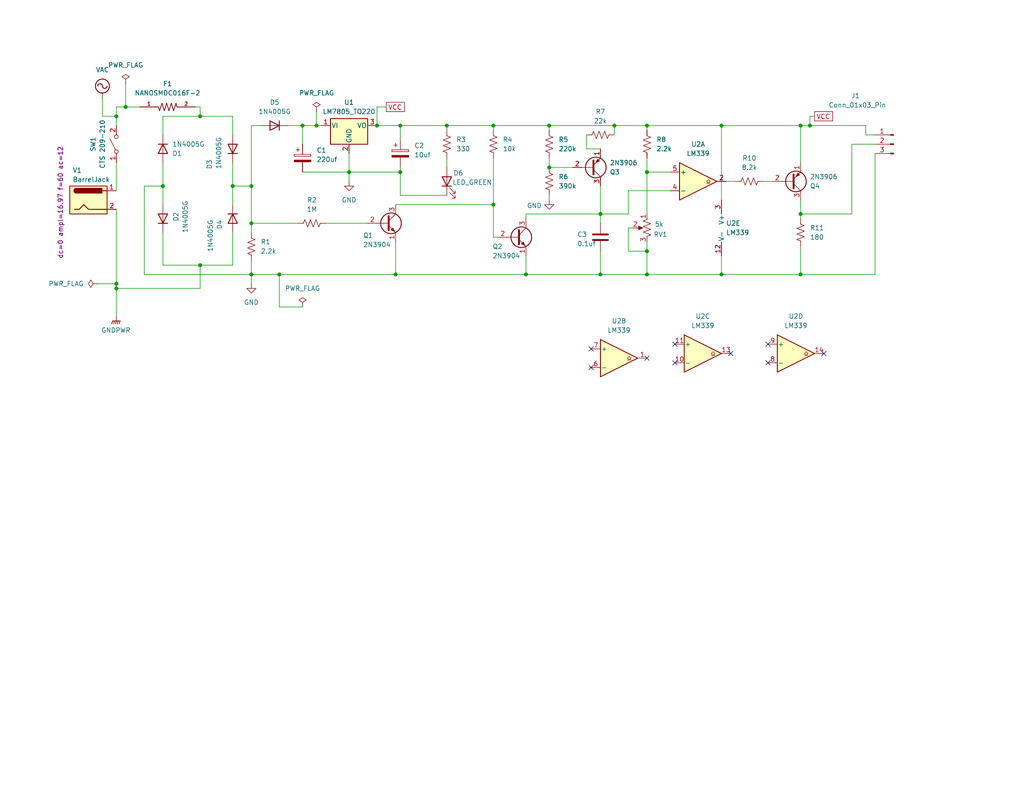
<source format=kicad_sch>
(kicad_sch (version 20250114) (generator "eeschema") (generator_version "9.0")
  (paper "USLetter")
  (title_block (title "CMPE2150 PWM Generator - mhe4") (date "2025-12-11") (rev "5") (company "NAIT CNT") (comment 1 "MENGNING"))
  (lib_symbols
    (symbol "Comparator:LM339" (pin_names (offset 0.127))
      (property "Reference" "U" (at 0 5.08 0))
      (property "Value" "LM339" (at 0 -5.08 0))
      (symbol "LM339_1_1"
        (polyline (pts (xy -5.08 5.08) (xy 5.08 0) (xy -5.08 -5.08) (xy -5.08 5.08)) (stroke (width 0.254)) (fill (type background)))
        (polyline (pts (xy 3.302 -0.508) (xy 2.794 -0.508) (xy 3.302 0) (xy 2.794 0.508) (xy 2.286 0) (xy 2.794 -0.508) (xy 2.286 -0.508)) (stroke (width 0.127)))
        (pin input line (at -7.62 2.54 0) (length 2.54) (name "+") (number "5"))
        (pin input line (at -7.62 -2.54 0) (length 2.54) (name "-") (number "4"))
        (pin open_collector line (at 7.62 0 180) (length 2.54) (name "~") (number "2"))
      )
      (symbol "LM339_2_1"
        (polyline (pts (xy -5.08 5.08) (xy 5.08 0) (xy -5.08 -5.08) (xy -5.08 5.08)) (stroke (width 0.254)) (fill (type background)))
        (polyline (pts (xy 3.302 -0.508) (xy 2.794 -0.508) (xy 3.302 0) (xy 2.794 0.508) (xy 2.286 0) (xy 2.794 -0.508) (xy 2.286 -0.508)) (stroke (width 0.127)))
        (pin input line (at -7.62 2.54 0) (length 2.54) (name "+") (number "7"))
        (pin input line (at -7.62 -2.54 0) (length 2.54) (name "-") (number "6"))
        (pin open_collector line (at 7.62 0 180) (length 2.54) (name "~") (number "1"))
      )
      (symbol "LM339_3_1"
        (polyline (pts (xy -5.08 5.08) (xy 5.08 0) (xy -5.08 -5.08) (xy -5.08 5.08)) (stroke (width 0.254)) (fill (type background)))
        (polyline (pts (xy 3.302 -0.508) (xy 2.794 -0.508) (xy 3.302 0) (xy 2.794 0.508) (xy 2.286 0) (xy 2.794 -0.508) (xy 2.286 -0.508)) (stroke (width 0.127)))
        (pin input line (at -7.62 2.54 0) (length 2.54) (name "+") (number "11"))
        (pin input line (at -7.62 -2.54 0) (length 2.54) (name "-") (number "10"))
        (pin open_collector line (at 7.62 0 180) (length 2.54) (name "~") (number "13"))
      )
      (symbol "LM339_4_1"
        (polyline (pts (xy -5.08 5.08) (xy 5.08 0) (xy -5.08 -5.08) (xy -5.08 5.08)) (stroke (width 0.254)) (fill (type background)))
        (polyline (pts (xy 3.302 -0.508) (xy 2.794 -0.508) (xy 3.302 0) (xy 2.794 0.508) (xy 2.286 0) (xy 2.794 -0.508) (xy 2.286 -0.508)) (stroke (width 0.127)))
        (pin input line (at -7.62 2.54 0) (length 2.54) (name "+") (number "9"))
        (pin input line (at -7.62 -2.54 0) (length 2.54) (name "-") (number "8"))
        (pin open_collector line (at 7.62 0 180) (length 2.54) (name "~") (number "14"))
      )
      (symbol "LM339_5_1"
        (pin power_in line (at -2.54 7.62 270) (length 3.81) (name "V+") (number "3"))
        (pin power_in line (at -2.54 -7.62 90) (length 3.81) (name "V-") (number "12"))
      )
    )
    (symbol "Connector:Barrel_Jack" (pin_names (offset 1.016))
      (property "Reference" "J" (at 0 5.334 0))
      (property "Value" "Barrel_Jack" (at 0 -5.08 0))
      (symbol "Barrel_Jack_0_1"
        (rectangle (start -5.08 3.81) (end 5.08 -3.81) (stroke (width 0.254)) (fill (type background)))
        (polyline (pts (xy -3.81 -2.54) (xy -2.54 -2.54) (xy -1.27 -1.27) (xy 0 -2.54) (xy 2.54 -2.54) (xy 5.08 -2.54)) (stroke (width 0.254)))
        (arc (start -3.302 1.905) (mid -3.9343 2.54) (end -3.302 3.175) (stroke (width 0.254)))
        (arc (start -3.302 1.905) (mid -3.9343 2.54) (end -3.302 3.175) (stroke (width 0.254)) (fill (type outline)))
        (rectangle (start 3.683 3.175) (end -3.302 1.905) (stroke (width 0.254)) (fill (type outline)))
        (polyline (pts (xy 5.08 2.54) (xy 3.81 2.54)) (stroke (width 0.254)))
      )
      (symbol "Barrel_Jack_1_1"
        (pin passive line (at 7.62 2.54 180) (length 2.54) (name "~") (number "1"))
        (pin passive line (at 7.62 -2.54 180) (length 2.54) (name "~") (number "2"))
      )
    )
    (symbol "Connector:Conn_01x03_Pin" (pin_names (offset 1.016) (hide yes))
      (property "Reference" "J" (at 0 5.08 0))
      (property "Value" "Conn_01x03_Pin" (at 0 -5.08 0))
      (symbol "Conn_01x03_Pin_1_1"
        (rectangle (start 0.8636 2.667) (end 0 2.413) (stroke (width 0.1524)) (fill (type outline)))
        (rectangle (start 0.8636 0.127) (end 0 -0.127) (stroke (width 0.1524)) (fill (type outline)))
        (rectangle (start 0.8636 -2.413) (end 0 -2.667) (stroke (width 0.1524)) (fill (type outline)))
        (polyline (pts (xy 1.27 2.54) (xy 0.8636 2.54)) (stroke (width 0.1524)))
        (polyline (pts (xy 1.27 0) (xy 0.8636 0)) (stroke (width 0.1524)))
        (polyline (pts (xy 1.27 -2.54) (xy 0.8636 -2.54)) (stroke (width 0.1524)))
        (pin passive line (at 5.08 2.54 180) (length 3.81) (name "Pin_1") (number "1"))
        (pin passive line (at 5.08 0 180) (length 3.81) (name "Pin_2") (number "2"))
        (pin passive line (at 5.08 -2.54 180) (length 3.81) (name "Pin_3") (number "3"))
      )
    )
    (symbol "Device:C" (pin_numbers (hide yes)) (pin_names (offset 0.254))
      (property "Reference" "C" (at 0.635 2.54 0))
      (property "Value" "C" (at 0.635 -2.54 0))
      (symbol "C_0_1"
        (polyline (pts (xy -2.032 0.762) (xy 2.032 0.762)) (stroke (width 0.508)))
        (polyline (pts (xy -2.032 -0.762) (xy 2.032 -0.762)) (stroke (width 0.508)))
      )
      (symbol "C_1_1"
        (pin passive line (at 0 3.81 270) (length 2.794) (name "~") (number "1"))
        (pin passive line (at 0 -3.81 90) (length 2.794) (name "~") (number "2"))
      )
    )
    (symbol "Device:C_Polarized" (pin_numbers (hide yes)) (pin_names (offset 0.254))
      (property "Reference" "C" (at 0.635 2.54 0))
      (property "Value" "C_Polarized" (at 0.635 -2.54 0))
      (symbol "C_Polarized_0_1"
        (rectangle (start -2.286 0.508) (end 2.286 1.016))
        (polyline (pts (xy -1.778 2.286) (xy -0.762 2.286)))
        (polyline (pts (xy -1.27 2.794) (xy -1.27 1.778)))
        (rectangle (start 2.286 -0.508) (end -2.286 -1.016) (fill (type outline)))
      )
      (symbol "C_Polarized_1_1"
        (pin passive line (at 0 3.81 270) (length 2.794) (name "~") (number "1"))
        (pin passive line (at 0 -3.81 90) (length 2.794) (name "~") (number "2"))
      )
    )
    (symbol "Device:LED" (pin_numbers (hide yes)) (pin_names (offset 1.016) (hide yes))
      (property "Reference" "D" (at 0 2.54 0))
      (property "Value" "LED" (at 0 -2.54 0))
      (symbol "LED_0_1"
        (polyline (pts (xy -3.048 -0.762) (xy -4.572 -2.286) (xy -3.81 -2.286) (xy -4.572 -2.286) (xy -4.572 -1.524)))
        (polyline (pts (xy -1.778 -0.762) (xy -3.302 -2.286) (xy -2.54 -2.286) (xy -3.302 -2.286) (xy -3.302 -1.524)))
        (polyline (pts (xy -1.27 0) (xy 1.27 0)))
        (polyline (pts (xy -1.27 -1.27) (xy -1.27 1.27)) (stroke (width 0.254)))
        (polyline (pts (xy 1.27 -1.27) (xy 1.27 1.27) (xy -1.27 0) (xy 1.27 -1.27)) (stroke (width 0.254)))
      )
      (symbol "LED_1_1"
        (pin passive line (at -3.81 0 0) (length 2.54) (name "K") (number "1"))
        (pin passive line (at 3.81 0 180) (length 2.54) (name "A") (number "2"))
      )
    )
    (symbol "Device:R_Potentiometer_US" (pin_names (offset 1.016) (hide yes))
      (property "Reference" "RV" (at -4.445 0 90))
      (property "Value" "R_Potentiometer_US" (at -2.54 0 90))
      (symbol "R_Potentiometer_US_0_1"
        (polyline (pts (xy 0 2.54) (xy 0 2.286)))
        (polyline (pts (xy 0 2.286) (xy 1.016 1.905) (xy 0 1.524) (xy -1.016 1.143) (xy 0 0.762)))
        (polyline (pts (xy 0 0.762) (xy 1.016 0.381) (xy 0 0) (xy -1.016 -0.381) (xy 0 -0.762)))
        (polyline (pts (xy 0 -0.762) (xy 1.016 -1.143) (xy 0 -1.524) (xy -1.016 -1.905) (xy 0 -2.286)))
        (polyline (pts (xy 0 -2.286) (xy 0 -2.54)))
        (polyline (pts (xy 1.143 0) (xy 2.286 0.508) (xy 2.286 -0.508) (xy 1.143 0)) (fill (type outline)))
        (polyline (pts (xy 2.54 0) (xy 1.524 0)))
      )
      (symbol "R_Potentiometer_US_1_1"
        (pin passive line (at 0 3.81 270) (length 1.27) (name "1") (number "1"))
        (pin passive line (at 0 -3.81 90) (length 1.27) (name "3") (number "3"))
        (pin passive line (at 3.81 0 180) (length 1.27) (name "2") (number "2"))
      )
    )
    (symbol "Device:R_US" (pin_numbers (hide yes)) (pin_names (offset 0))
      (property "Reference" "R" (at 2.54 0 90))
      (property "Value" "R_US" (at -2.54 0 90))
      (symbol "R_US_0_1"
        (polyline (pts (xy 0 2.286) (xy 0 2.54)))
        (polyline (pts (xy 0 2.286) (xy 1.016 1.905) (xy 0 1.524) (xy -1.016 1.143) (xy 0 0.762)))
        (polyline (pts (xy 0 0.762) (xy 1.016 0.381) (xy 0 0) (xy -1.016 -0.381) (xy 0 -0.762)))
        (polyline (pts (xy 0 -0.762) (xy 1.016 -1.143) (xy 0 -1.524) (xy -1.016 -1.905) (xy 0 -2.286)))
        (polyline (pts (xy 0 -2.286) (xy 0 -2.54)))
      )
      (symbol "R_US_1_1"
        (pin passive line (at 0 3.81 270) (length 1.27) (name "~") (number "1"))
        (pin passive line (at 0 -3.81 90) (length 1.27) (name "~") (number "2"))
      )
    )
    (symbol "Diode:1N4005" (pin_numbers (hide yes)) (pin_names (hide yes))
      (property "Reference" "D" (at 0 2.54 0))
      (property "Value" "1N4005" (at 0 -2.54 0))
      (symbol "1N4005_0_1"
        (polyline (pts (xy -1.27 1.27) (xy -1.27 -1.27)) (stroke (width 0.254)))
        (polyline (pts (xy 1.27 1.27) (xy 1.27 -1.27) (xy -1.27 0) (xy 1.27 1.27)) (stroke (width 0.254)))
        (polyline (pts (xy 1.27 0) (xy -1.27 0)))
      )
      (symbol "1N4005_1_1"
        (pin passive line (at -3.81 0 0) (length 2.54) (name "K") (number "1"))
        (pin passive line (at 3.81 0 180) (length 2.54) (name "A") (number "2"))
      )
    )
    (symbol "Regulator_Linear:LM7805_TO220" (pin_names (offset 0.254))
      (property "Reference" "U" (at -3.81 3.175 0))
      (property "Value" "LM7805_TO220" (at 0 3.175 0))
      (symbol "LM7805_TO220_0_1"
        (rectangle (start -5.08 1.905) (end 5.08 -5.08) (stroke (width 0.254)) (fill (type background)))
      )
      (symbol "LM7805_TO220_1_1"
        (pin power_in line (at -7.62 0 0) (length 2.54) (name "VI") (number "1"))
        (pin power_in line (at 0 -7.62 90) (length 2.54) (name "GND") (number "2"))
        (pin power_out line (at 7.62 0 180) (length 2.54) (name "VO") (number "3"))
      )
    )
    (symbol "Switch:SW_SPST" (pin_names (offset 0) (hide yes))
      (property "Reference" "SW" (at 0 3.175 0))
      (property "Value" "SW_SPST" (at 0 -2.54 0))
      (symbol "SW_SPST_0_0"
        (circle (center -2.032 0) (radius 0.508))
        (polyline (pts (xy -1.524 0.254) (xy 1.524 1.778)))
        (circle (center 2.032 0) (radius 0.508))
      )
      (symbol "SW_SPST_1_1"
        (pin passive line (at -5.08 0 0) (length 2.54) (name "A") (number "1"))
        (pin passive line (at 5.08 0 180) (length 2.54) (name "B") (number "2"))
      )
    )
    (symbol "Transistor_BJT:2N3904" (pin_names (offset 0) (hide yes))
      (property "Reference" "Q" (at 5.08 1.905 0))
      (property "Value" "2N3904" (at 5.08 0 0))
      (symbol "2N3904_0_1"
        (polyline (pts (xy -2.54 0) (xy 0.635 0)))
        (polyline (pts (xy 0.635 1.905) (xy 0.635 -1.905)) (stroke (width 0.508)))
        (circle (center 1.27 0) (radius 2.8194) (stroke (width 0.254)))
      )
      (symbol "2N3904_1_1"
        (polyline (pts (xy 0.635 0.635) (xy 2.54 2.54)))
        (polyline (pts (xy 0.635 -0.635) (xy 2.54 -2.54)))
        (polyline (pts (xy 1.27 -1.778) (xy 1.778 -1.27) (xy 2.286 -2.286) (xy 1.27 -1.778)) (fill (type outline)))
        (pin input line (at -5.08 0 0) (length 2.54) (name "B") (number "2"))
        (pin passive line (at 2.54 5.08 270) (length 2.54) (name "C") (number "3"))
        (pin passive line (at 2.54 -5.08 90) (length 2.54) (name "E") (number "1"))
      )
    )
    (symbol "Transistor_BJT:2N3906" (pin_names (offset 0) (hide yes))
      (property "Reference" "Q" (at 5.08 1.905 0))
      (property "Value" "2N3906" (at 5.08 0 0))
      (symbol "2N3906_0_1"
        (polyline (pts (xy -2.54 0) (xy 0.635 0)))
        (polyline (pts (xy 0.635 1.905) (xy 0.635 -1.905)) (stroke (width 0.508)))
        (polyline (pts (xy 0.635 0.635) (xy 2.54 2.54)))
        (polyline (pts (xy 0.635 -0.635) (xy 2.54 -2.54)))
        (circle (center 1.27 0) (radius 2.8194) (stroke (width 0.254)))
        (polyline (pts (xy 2.286 -1.778) (xy 1.778 -2.286) (xy 1.27 -1.27) (xy 2.286 -1.778)) (fill (type outline)))
      )
      (symbol "2N3906_1_1"
        (pin input line (at -5.08 0 0) (length 2.54) (name "B") (number "2"))
        (pin passive line (at 2.54 5.08 270) (length 2.54) (name "C") (number "3"))
        (pin passive line (at 2.54 -5.08 90) (length 2.54) (name "E") (number "1"))
      )
    )
    (symbol "lib:NANOSMDC016F-2" (pin_names (offset 1.016))
      (property "Reference" "R" (at -3.81 1.4986 0))
      (property "Value" "NANOSMDC016F-2" (at -3.81 -3.302 0))
      (symbol "NANOSMDC016F-2_0_0"
        (polyline (pts (xy -2.54 0) (xy -2.159 1.016)) (stroke (width 0.2032)))
        (polyline (pts (xy -2.159 1.016) (xy -1.524 -1.016)) (stroke (width 0.2032)))
        (polyline (pts (xy -1.524 -1.016) (xy -0.889 1.016)) (stroke (width 0.2032)))
        (polyline (pts (xy -0.889 1.016) (xy -0.254 -1.016)) (stroke (width 0.2032)))
        (polyline (pts (xy -0.254 -1.016) (xy 0.381 1.016)) (stroke (width 0.2032)))
        (polyline (pts (xy 0.381 1.016) (xy 1.016 -1.016)) (stroke (width 0.2032)))
        (polyline (pts (xy 1.016 -1.016) (xy 1.651 1.016)) (stroke (width 0.2032)))
        (polyline (pts (xy 1.651 1.016) (xy 2.286 -1.016)) (stroke (width 0.2032)))
        (polyline (pts (xy 2.286 -1.016) (xy 2.54 0)) (stroke (width 0.2032)))
        (pin passive line (at -7.62 0 0) (length 5.08) (name "~") (number "1"))
        (pin passive line (at 7.62 0 180) (length 5.08) (name "~") (number "2"))
      )
    )
    (symbol "power:GND" (power) (pin_numbers (hide yes)) (pin_names (offset 0) (hide yes))
      (property "Value" "GND" (at 0 -3.81 0))
      (symbol "GND_0_1"
        (polyline (pts (xy 0 0) (xy 0 -1.27) (xy 1.27 -1.27) (xy 0 -2.54) (xy -1.27 -1.27) (xy 0 -1.27)))
      )
      (symbol "GND_1_1"
        (pin power_in line (at 0 0 270) (length 0) (name "~") (number "1"))
      )
    )
    (symbol "power:GNDPWR" (power) (pin_numbers (hide yes)) (pin_names (offset 0) (hide yes))
      (property "Value" "GNDPWR" (at 0 -3.302 0))
      (symbol "GNDPWR_0_1"
        (polyline (pts (xy -1.016 -1.27) (xy -1.27 -2.032) (xy -1.27 -2.032)) (stroke (width 0.2032)))
        (polyline (pts (xy -0.508 -1.27) (xy -0.762 -2.032) (xy -0.762 -2.032)) (stroke (width 0.2032)))
        (polyline (pts (xy 0 -1.27) (xy 0 0)))
        (polyline (pts (xy 0 -1.27) (xy -0.254 -2.032) (xy -0.254 -2.032)) (stroke (width 0.2032)))
        (polyline (pts (xy 0.508 -1.27) (xy 0.254 -2.032) (xy 0.254 -2.032)) (stroke (width 0.2032)))
        (polyline (pts (xy 1.016 -1.27) (xy -1.016 -1.27) (xy -1.016 -1.27)) (stroke (width 0.2032)))
        (polyline (pts (xy 1.016 -1.27) (xy 0.762 -2.032) (xy 0.762 -2.032) (xy 0.762 -2.032)) (stroke (width 0.2032)))
      )
      (symbol "GNDPWR_1_1"
        (pin power_in line (at 0 0 270) (length 0) (name "~") (number "1"))
      )
    )
    (symbol "power:PWR_FLAG" (power) (pin_numbers (hide yes)) (pin_names (offset 0) (hide yes))
      (property "Value" "PWR_FLAG" (at 0 3.81 0))
      (symbol "PWR_FLAG_0_0"
        (pin power_out line (at 0 0 90) (length 0) (name "~") (number "1"))
      )
      (symbol "PWR_FLAG_0_1"
        (polyline (pts (xy 0 0) (xy 0 1.27) (xy -1.016 1.905) (xy 0 2.54) (xy 1.016 1.905) (xy 0 1.27)))
      )
    )
    (symbol "power:VAC" (power) (pin_numbers (hide yes)) (pin_names (offset 0) (hide yes))
      (property "Value" "VAC" (at 0 6.35 0))
      (symbol "VAC_0_1"
        (arc (start -1.27 3.175) (mid -0.635 3.8073) (end 0 3.175) (stroke (width 0.254)))
        (circle (center 0 3.175) (radius 1.905) (stroke (width 0.254)))
        (polyline (pts (xy 0 0) (xy 0 1.27)))
        (arc (start 1.27 3.175) (mid 0.635 2.5427) (end 0 3.175) (stroke (width 0.254)))
      )
      (symbol "VAC_1_1"
        (pin power_in line (at 0 0 90) (length 0) (name "~") (number "1"))
      )
    )
  )
  (junction (at 86.36 34.29))
  (junction (at 102.87 34.29))
  (junction (at 54.61 72.39))
  (junction (at 68.58 60.96))
  (junction (at 31.75 78.74))
  (junction (at 218.44 34.29))
  (junction (at 134.62 34.29))
  (junction (at 76.2 74.93))
  (junction (at 196.85 74.93))
  (junction (at 109.22 34.29))
  (junction (at 196.85 34.29))
  (junction (at 31.75 31.75))
  (junction (at 107.95 74.93))
  (junction (at 95.25 46.99))
  (junction (at 176.53 46.99))
  (junction (at 163.83 58.42))
  (junction (at 34.29 29.21))
  (junction (at 109.22 46.99))
  (junction (at 176.53 34.29))
  (junction (at 149.86 45.72))
  (junction (at 176.53 74.93))
  (junction (at 134.62 55.88))
  (junction (at 218.44 74.93))
  (junction (at 220.98 34.29))
  (junction (at 176.53 68.58))
  (junction (at 63.5 50.8))
  (junction (at 149.86 34.29))
  (junction (at 82.55 34.29))
  (junction (at 44.45 50.8))
  (junction (at 167.64 34.29))
  (junction (at 68.58 50.8))
  (junction (at 31.75 77.47))
  (junction (at 68.58 74.93))
  (junction (at 54.61 31.75))
  (junction (at 143.51 74.93))
  (junction (at 218.44 58.42))
  (junction (at 163.83 74.93))
  (junction (at 121.92 34.29))
  (no_connect (at 184.15 99.06))
  (no_connect (at 161.29 95.25))
  (no_connect (at 184.15 93.98))
  (no_connect (at 209.55 99.06))
  (no_connect (at 176.53 97.79))
  (no_connect (at 199.39 96.52))
  (no_connect (at 161.29 100.33))
  (no_connect (at 224.79 96.52))
  (no_connect (at 209.55 93.98))
  (wire (pts (xy 167.64 34.29) (xy 176.53 34.29)))
  (wire (pts (xy 109.22 46.99) (xy 109.22 45.72)))
  (wire (pts (xy 236.22 36.83) (xy 236.22 34.29)))
  (wire (pts (xy 163.83 50.8) (xy 163.83 58.42)))
  (wire (pts (xy 238.76 36.83) (xy 236.22 36.83)))
  (wire (pts (xy 143.51 58.42) (xy 163.83 58.42)))
  (wire (pts (xy 44.45 31.75) (xy 54.61 31.75)))
  (wire (pts (xy 196.85 74.93) (xy 218.44 74.93)))
  (wire (pts (xy 135.89 64.77) (xy 134.62 64.77)))
  (wire (pts (xy 160.02 40.64) (xy 160.02 36.83)))
  (wire (pts (xy 31.75 44.45) (xy 31.75 52.07)))
  (wire (pts (xy 78.74 34.29) (xy 82.55 34.29)))
  (wire (pts (xy 27.94 26.67) (xy 27.94 31.75)))
  (wire (pts (xy 149.86 35.56) (xy 149.86 34.29)))
  (wire (pts (xy 86.36 34.29) (xy 87.63 34.29)))
  (wire (pts (xy 54.61 72.39) (xy 63.5 72.39)))
  (wire (pts (xy 31.75 29.21) (xy 34.29 29.21)))
  (wire (pts (xy 88.9 60.96) (xy 100.33 60.96)))
  (wire (pts (xy 68.58 71.12) (xy 68.58 74.93)))
  (wire (pts (xy 163.83 58.42) (xy 163.83 60.96)))
  (wire (pts (xy 68.58 74.93) (xy 68.58 77.47)))
  (wire (pts (xy 82.55 83.82) (xy 76.2 83.82)))
  (wire (pts (xy 171.45 52.07) (xy 171.45 58.42)))
  (wire (pts (xy 134.62 34.29) (xy 121.92 34.29)))
  (wire (pts (xy 167.64 34.29) (xy 167.64 36.83)))
  (wire (pts (xy 163.83 74.93) (xy 143.51 74.93)))
  (wire (pts (xy 81.28 60.96) (xy 68.58 60.96)))
  (wire (pts (xy 208.28 49.53) (xy 210.82 49.53)))
  (wire (pts (xy 220.98 31.75) (xy 220.98 34.29)))
  (wire (pts (xy 134.62 64.77) (xy 134.62 55.88)))
  (wire (pts (xy 134.62 35.56) (xy 134.62 34.29)))
  (wire (pts (xy 44.45 44.45) (xy 44.45 50.8)))
  (wire (pts (xy 196.85 69.85) (xy 196.85 74.93)))
  (wire (pts (xy 31.75 34.29) (xy 31.75 31.75)))
  (wire (pts (xy 107.95 74.93) (xy 143.51 74.93)))
  (wire (pts (xy 95.25 41.91) (xy 95.25 46.99)))
  (wire (pts (xy 196.85 34.29) (xy 196.85 54.61)))
  (wire (pts (xy 68.58 34.29) (xy 68.58 50.8)))
  (wire (pts (xy 143.51 59.69) (xy 143.51 58.42)))
  (wire (pts (xy 39.37 74.93) (xy 68.58 74.93)))
  (wire (pts (xy 218.44 34.29) (xy 220.98 34.29)))
  (wire (pts (xy 54.61 31.75) (xy 63.5 31.75)))
  (wire (pts (xy 39.37 50.8) (xy 39.37 74.93)))
  (wire (pts (xy 31.75 78.74) (xy 54.61 78.74)))
  (wire (pts (xy 182.88 52.07) (xy 171.45 52.07)))
  (wire (pts (xy 102.87 34.29) (xy 109.22 34.29)))
  (wire (pts (xy 53.34 29.21) (xy 54.61 29.21)))
  (wire (pts (xy 54.61 29.21) (xy 54.61 31.75)))
  (wire (pts (xy 143.51 69.85) (xy 143.51 74.93)))
  (wire (pts (xy 44.45 50.8) (xy 44.45 55.88)))
  (wire (pts (xy 109.22 53.34) (xy 109.22 46.99)))
  (wire (pts (xy 149.86 43.18) (xy 149.86 45.72)))
  (wire (pts (xy 107.95 66.04) (xy 107.95 74.93)))
  (wire (pts (xy 86.36 30.48) (xy 86.36 34.29)))
  (wire (pts (xy 218.44 58.42) (xy 218.44 59.69)))
  (wire (pts (xy 176.53 66.04) (xy 176.53 68.58)))
  (wire (pts (xy 218.44 54.61) (xy 218.44 58.42)))
  (wire (pts (xy 218.44 67.31) (xy 218.44 74.93)))
  (wire (pts (xy 121.92 43.18) (xy 121.92 45.72)))
  (wire (pts (xy 176.53 46.99) (xy 182.88 46.99)))
  (wire (pts (xy 44.45 36.83) (xy 44.45 31.75)))
  (wire (pts (xy 31.75 57.15) (xy 31.75 77.47)))
  (wire (pts (xy 163.83 68.58) (xy 163.83 74.93)))
  (wire (pts (xy 134.62 43.18) (xy 134.62 55.88)))
  (wire (pts (xy 156.21 45.72) (xy 149.86 45.72)))
  (wire (pts (xy 232.41 39.37) (xy 238.76 39.37)))
  (wire (pts (xy 109.22 34.29) (xy 121.92 34.29)))
  (wire (pts (xy 76.2 74.93) (xy 68.58 74.93)))
  (wire (pts (xy 63.5 50.8) (xy 68.58 50.8)))
  (wire (pts (xy 31.75 31.75) (xy 31.75 29.21)))
  (wire (pts (xy 34.29 29.21) (xy 38.1 29.21)))
  (wire (pts (xy 238.76 74.93) (xy 218.44 74.93)))
  (wire (pts (xy 44.45 50.8) (xy 39.37 50.8)))
  (wire (pts (xy 95.25 46.99) (xy 95.25 49.53)))
  (wire (pts (xy 44.45 72.39) (xy 54.61 72.39)))
  (wire (pts (xy 171.45 68.58) (xy 176.53 68.58)))
  (wire (pts (xy 232.41 39.37) (xy 232.41 58.42)))
  (wire (pts (xy 63.5 50.8) (xy 63.5 55.88)))
  (wire (pts (xy 68.58 50.8) (xy 68.58 60.96)))
  (wire (pts (xy 171.45 62.23) (xy 171.45 68.58)))
  (wire (pts (xy 196.85 34.29) (xy 218.44 34.29)))
  (wire (pts (xy 63.5 44.45) (xy 63.5 50.8)))
  (wire (pts (xy 134.62 55.88) (xy 107.95 55.88)))
  (wire (pts (xy 82.55 46.99) (xy 95.25 46.99)))
  (wire (pts (xy 218.44 44.45) (xy 218.44 34.29)))
  (wire (pts (xy 76.2 83.82) (xy 76.2 74.93)))
  (wire (pts (xy 121.92 34.29) (xy 121.92 35.56)))
  (wire (pts (xy 26.67 77.47) (xy 31.75 77.47)))
  (wire (pts (xy 176.53 35.56) (xy 176.53 34.29)))
  (wire (pts (xy 44.45 63.5) (xy 44.45 72.39)))
  (wire (pts (xy 31.75 78.74) (xy 31.75 86.36)))
  (wire (pts (xy 171.45 58.42) (xy 163.83 58.42)))
  (wire (pts (xy 176.53 68.58) (xy 176.53 74.93)))
  (wire (pts (xy 198.12 49.53) (xy 200.66 49.53)))
  (wire (pts (xy 176.53 43.18) (xy 176.53 46.99)))
  (wire (pts (xy 176.53 74.93) (xy 196.85 74.93)))
  (wire (pts (xy 238.76 41.91) (xy 238.76 74.93)))
  (wire (pts (xy 176.53 46.99) (xy 176.53 58.42)))
  (wire (pts (xy 107.95 74.93) (xy 76.2 74.93)))
  (wire (pts (xy 27.94 31.75) (xy 31.75 31.75)))
  (wire (pts (xy 82.55 34.29) (xy 86.36 34.29)))
  (wire (pts (xy 172.72 62.23) (xy 171.45 62.23)))
  (wire (pts (xy 134.62 34.29) (xy 149.86 34.29)))
  (wire (pts (xy 63.5 31.75) (xy 63.5 36.83)))
  (wire (pts (xy 82.55 34.29) (xy 82.55 39.37)))
  (wire (pts (xy 222.25 31.75) (xy 220.98 31.75)))
  (wire (pts (xy 63.5 72.39) (xy 63.5 63.5)))
  (wire (pts (xy 149.86 34.29) (xy 167.64 34.29)))
  (wire (pts (xy 105.41 29.21) (xy 102.87 29.21)))
  (wire (pts (xy 109.22 38.1) (xy 109.22 34.29)))
  (wire (pts (xy 218.44 58.42) (xy 232.41 58.42)))
  (wire (pts (xy 121.92 53.34) (xy 109.22 53.34)))
  (wire (pts (xy 176.53 34.29) (xy 196.85 34.29)))
  (wire (pts (xy 54.61 78.74) (xy 54.61 72.39)))
  (wire (pts (xy 163.83 40.64) (xy 160.02 40.64)))
  (wire (pts (xy 220.98 34.29) (xy 236.22 34.29)))
  (wire (pts (xy 163.83 74.93) (xy 176.53 74.93)))
  (wire (pts (xy 149.86 53.34) (xy 149.86 54.61)))
  (wire (pts (xy 68.58 60.96) (xy 68.58 63.5)))
  (wire (pts (xy 71.12 34.29) (xy 68.58 34.29)))
  (wire (pts (xy 95.25 46.99) (xy 109.22 46.99)))
  (wire (pts (xy 102.87 29.21) (xy 102.87 34.29)))
  (wire (pts (xy 34.29 22.86) (xy 34.29 29.21)))
  (wire (pts (xy 31.75 77.47) (xy 31.75 78.74)))
  (global_label "VCC" (shape passive) (at 222.25 31.75 0) (property "Intersheetrefs" "${INTERSHEET_REFS}" (effects (hide yes))))
  (global_label "VCC" (shape passive) (at 105.41 29.21 0) (property "Intersheetrefs" "${INTERSHEET_REFS}" (effects (hide yes))))
  (symbol (lib_id "Device:R_US") (at 218.44 63.5 0) (unit 1)
    (property "Reference" "R11" (at 220.98 62.2299 0) (effects (justify left)))
    (property "Value" "180" (at 220.98 64.7699 0) (effects (justify left)))
    (property "Footprint" "Resistor_SMD:R_0805_2012Metric" (effects (hide yes)))
    (property "Description" "Resistor" (effects (hide yes)))
  )
  (symbol (lib_id "power:PWR_FLAG") (at 26.67 77.47 90) (unit 1)
    (property "Reference" "#FLG02" (effects (hide yes)))
    (property "Value" "PWR_FLAG" (at 22.86 77.4699 90) (effects (justify left)))
    (property "Description" "Special symbol for telling ERC where power comes from" (effects (hide yes)))
  )
  (symbol (lib_id "power:VAC") (at 27.94 26.67 0) (unit 1)
    (property "Reference" "#PWR05" (effects (hide yes)))
    (property "Value" "VAC" (at 27.94 19.05 0))
    (property "Description" "Power symbol creates a global label with name \"VAC\"" (effects (hide yes)))
  )
  (symbol (lib_id "Connector:Conn_01x03_Pin") (at 243.84 39.37 0) (mirror y) (unit 1)
    (property "Reference" "J1" (at 233.426 26.162 0))
    (property "Value" "Conn_01x03_Pin" (at 233.934 28.702 0))
    (property "Footprint" "Connector_PinHeader_2.54mm:PinHeader_1x03_P2.54mm_Vertical" (effects (hide yes)))
    (property "Description" "Generic connector, single row, 01x03, script generated" (effects (hide yes)))
  )
  (symbol (lib_id "Transistor_BJT:2N3904") (at 105.41 60.96 0) (unit 1)
    (property "Reference" "Q1" (at 99.06 64.262 0) (effects (justify left)))
    (property "Value" "2N3904" (at 99.06 66.802 0) (effects (justify left)))
    (property "Footprint" "Package_TO_SOT_SMD:SOT-23" (effects (hide yes)))
    (property "Datasheet" "https://www.onsemi.com/pub/Collateral/2N3903-D.PDF" (effects (hide yes)))
    (property "Description" "0.2A Ic, 40V Vce, Small Signal NPN Transistor, TO-92" (effects (hide yes)))
  )
  (symbol (lib_id "Device:R_US") (at 134.62 39.37 0) (unit 1)
    (property "Reference" "R4" (at 137.16 38.0999 0) (effects (justify left)))
    (property "Value" "10k" (at 137.16 40.6399 0) (effects (justify left)))
    (property "Footprint" "Resistor_SMD:R_0805_2012Metric" (effects (hide yes)))
    (property "Description" "Resistor" (effects (hide yes)))
  )
  (symbol (lib_id "power:PWR_FLAG") (at 82.55 83.82 0) (unit 1)
    (property "Reference" "#FLG04" (effects (hide yes)))
    (property "Value" "PWR_FLAG" (at 82.55 78.74 0))
    (property "Description" "Special symbol for telling ERC where power comes from" (effects (hide yes)))
  )
  (symbol (lib_id "Diode:1N4005") (at 63.5 40.64 90) (unit 1)
    (property "Reference" "D3" (at 57.15 46.228 0) (effects (justify left)))
    (property "Value" "1N4005G" (at 59.69 46.228 0) (effects (justify left)))
    (property "Footprint" "Diode_SMD:D_0805_2012Metric" (effects (hide yes)))
    (property "Datasheet" "http://www.vishay.com/docs/88503/1n4001.pdf" (effects (hide yes)))
    (property "Description" "600V 1A General Purpose Rectifier Diode, DO-41" (effects (hide yes)))
    (property "Sim.Device" "D" (effects (hide yes)))
    (property "Sim.Pins" "1=K 2=A" (effects (hide yes)))
  )
  (symbol (lib_id "Device:R_US") (at 149.86 49.53 0) (unit 1)
    (property "Reference" "R6" (at 152.4 48.2599 0) (effects (justify left)))
    (property "Value" "390k" (at 152.4 50.7999 0) (effects (justify left)))
    (property "Footprint" "Resistor_SMD:R_0805_2012Metric" (effects (hide yes)))
    (property "Description" "Resistor" (effects (hide yes)))
  )
  (symbol (lib_id "Device:C_Polarized") (at 109.22 41.91 0) (unit 1)
    (property "Reference" "C2" (at 113.03 39.7509 0) (effects (justify left)))
    (property "Value" "10uf" (at 113.03 42.2909 0) (effects (justify left)))
    (property "Footprint" "Capacitor_THT:CP_Radial_D4.0mm_P1.50mm" (effects (hide yes)))
    (property "Datasheet" "https://industrial.panasonic.com/cdbs/www-data/pdf/RDF0000/ABA0000C1059.pdf" (effects (hide yes)))
    (property "Description" "Polarized capacitor" (effects (hide yes)))
  )
  (symbol (lib_id "Diode:1N4005") (at 63.5 59.69 90) (mirror x) (unit 1)
    (property "Reference" "D4" (at 59.944 59.944 0) (effects (justify left)))
    (property "Value" "1N4005G" (at 57.404 59.944 0) (effects (justify left)))
    (property "Footprint" "Diode_SMD:D_0805_2012Metric" (effects (hide yes)))
    (property "Datasheet" "http://www.vishay.com/docs/88503/1n4001.pdf" (effects (hide yes)))
    (property "Description" "600V 1A General Purpose Rectifier Diode, DO-41" (effects (hide yes)))
    (property "Sim.Device" "D" (effects (hide yes)))
    (property "Sim.Pins" "1=K 2=A" (effects (hide yes)))
  )
  (symbol (lib_id "Device:R_US") (at 204.47 49.53 90) (unit 1)
    (property "Reference" "R10" (at 204.47 43.18 90))
    (property "Value" "8.2k" (at 204.47 45.72 90))
    (property "Footprint" "Resistor_SMD:R_0805_2012Metric" (effects (hide yes)))
    (property "Description" "Resistor" (effects (hide yes)))
  )
  (symbol (lib_id "Device:R_US") (at 121.92 39.37 0) (unit 1)
    (property "Reference" "R3" (at 124.46 38.0999 0) (effects (justify left)))
    (property "Value" "330" (at 124.46 40.6399 0) (effects (justify left)))
    (property "Footprint" "Resistor_SMD:R_0805_2012Metric" (effects (hide yes)))
    (property "Description" "Resistor" (effects (hide yes)))
  )
  (symbol (lib_id "power:GND") (at 149.86 54.61 0) (unit 1)
    (property "Reference" "#PWR04" (effects (hide yes)))
    (property "Value" "GND" (at 145.796 56.134 0))
    (property "Description" "Power symbol creates a global label with name \"GND\" , ground" (effects (hide yes)))
  )
  (symbol (lib_id "Transistor_BJT:2N3906") (at 215.9 49.53 0) (mirror x) (unit 1)
    (property "Reference" "Q4" (at 220.98 50.8001 0) (effects (justify left)))
    (property "Value" "2N3906" (at 220.98 48.2601 0) (effects (justify left)))
    (property "Footprint" "Package_TO_SOT_SMD:SOT-23" (effects (hide yes)))
    (property "Datasheet" "https://www.onsemi.com/pub/Collateral/2N3906-D.PDF" (effects (hide yes)))
    (property "Description" "-0.2A Ic, -40V Vce, Small Signal PNP Transistor, TO-92" (effects (hide yes)))
  )
  (symbol (lib_id "Device:R_US") (at 149.86 39.37 0) (unit 1)
    (property "Reference" "R5" (at 152.4 38.0999 0) (effects (justify left)))
    (property "Value" "220k" (at 152.4 40.6399 0) (effects (justify left)))
    (property "Footprint" "Resistor_SMD:R_0805_2012Metric" (effects (hide yes)))
    (property "Description" "Resistor" (effects (hide yes)))
  )
  (symbol (lib_id "Switch:SW_SPST") (at 31.75 39.37 90) (unit 1)
    (property "Reference" "SW1" (at 25.4 39.37 0))
    (property "Value" "CTS 209-210" (at 27.94 39.37 0))
    (property "Footprint" "Button_Switch_THT:SW_DIP_SPSTx01_Slide_6.7x4.1mm_W7.62mm_P2.54mm_LowProfile" (effects (hide yes)))
    (property "Datasheet" "https://www.ctscorp.com/wp-content/uploads/209-210.pdf" (effects (hide yes)))
    (property "Description" "Single Pole Single Throw (SPST) switch" (effects (hide yes)))
  )
  (symbol (lib_id "Comparator:LM339") (at 199.39 62.23 0) (unit 5)
    (property "Reference" "U2" (at 198.12 60.9599 0) (effects (justify left)))
    (property "Value" "LM339" (at 198.12 63.4999 0) (effects (justify left)))
    (property "Footprint" "Package_SO:SOIC-14_3.9x8.7mm_P1.27mm" (effects (hide yes)))
    (property "Datasheet" "https://www.st.com/resource/en/datasheet/lm139.pdf" (effects (hide yes)))
    (property "Description" "Quad Differential Comparators, SOIC-14/TSSOP-14" (effects (hide yes)))
  )
  (symbol (lib_id "Comparator:LM339") (at 190.5 49.53 0) (unit 1)
    (property "Reference" "U2" (at 190.5 39.37 0))
    (property "Value" "LM339" (at 190.5 41.91 0))
    (property "Footprint" "Package_SO:SOIC-14_3.9x8.7mm_P1.27mm" (effects (hide yes)))
    (property "Datasheet" "https://www.st.com/resource/en/datasheet/lm139.pdf" (effects (hide yes)))
    (property "Description" "Quad Differential Comparators, SOIC-14/TSSOP-14" (effects (hide yes)))
  )
  (symbol (lib_id "Comparator:LM339") (at 191.77 96.52 0) (unit 3)
    (property "Reference" "U2" (at 191.77 86.36 0))
    (property "Value" "LM339" (at 191.77 88.9 0))
    (property "Footprint" "Package_SO:SOIC-14_3.9x8.7mm_P1.27mm" (effects (hide yes)))
    (property "Datasheet" "https://www.st.com/resource/en/datasheet/lm139.pdf" (effects (hide yes)))
    (property "Description" "Quad Differential Comparators, SOIC-14/TSSOP-14" (effects (hide yes)))
  )
  (symbol (lib_id "Comparator:LM339") (at 217.17 96.52 0) (unit 4)
    (property "Reference" "U2" (at 217.17 86.36 0))
    (property "Value" "LM339" (at 217.17 88.9 0))
    (property "Footprint" "Package_SO:SOIC-14_3.9x8.7mm_P1.27mm" (effects (hide yes)))
    (property "Datasheet" "https://www.st.com/resource/en/datasheet/lm139.pdf" (effects (hide yes)))
    (property "Description" "Quad Differential Comparators, SOIC-14/TSSOP-14" (effects (hide yes)))
  )
  (symbol (lib_id "Comparator:LM339") (at 168.91 97.79 0) (unit 2)
    (property "Reference" "U2" (at 168.91 87.63 0))
    (property "Value" "LM339" (at 168.91 90.17 0))
    (property "Footprint" "Package_SO:SOIC-14_3.9x8.7mm_P1.27mm" (effects (hide yes)))
    (property "Datasheet" "https://www.st.com/resource/en/datasheet/lm139.pdf" (effects (hide yes)))
    (property "Description" "Quad Differential Comparators, SOIC-14/TSSOP-14" (effects (hide yes)))
  )
  (symbol (lib_id "power:GND") (at 68.58 77.47 0) (unit 1)
    (property "Reference" "#PWR03" (effects (hide yes)))
    (property "Value" "GND" (at 68.58 82.55 0))
    (property "Description" "Power symbol creates a global label with name \"GND\" , ground" (effects (hide yes)))
  )
  (symbol (lib_id "Device:R_US") (at 85.09 60.96 90) (unit 1)
    (property "Reference" "R2" (at 85.09 54.61 90))
    (property "Value" "1M" (at 85.09 57.15 90))
    (property "Footprint" "Resistor_SMD:R_0805_2012Metric" (effects (hide yes)))
    (property "Description" "Resistor" (effects (hide yes)))
  )
  (symbol (lib_id "power:PWR_FLAG") (at 86.36 30.48 0) (unit 1)
    (property "Reference" "#FLG05" (effects (hide yes)))
    (property "Value" "PWR_FLAG" (at 86.36 25.4 0))
    (property "Description" "Special symbol for telling ERC where power comes from" (effects (hide yes)))
  )
  (symbol (lib_id "power:GND") (at 95.25 49.53 0) (unit 1)
    (property "Reference" "#PWR02" (effects (hide yes)))
    (property "Value" "GND" (at 95.25 54.61 0))
    (property "Description" "Power symbol creates a global label with name \"GND\" , ground" (effects (hide yes)))
  )
  (symbol (lib_id "Device:LED") (at 121.92 49.53 90) (unit 1)
    (property "Reference" "D6" (at 123.698 47.244 90) (effects (justify right)))
    (property "Value" "LED_GREEN" (at 123.444 49.784 90) (effects (justify right)))
    (property "Footprint" "LED_THT:LED_D5.0mm" (effects (hide yes)))
    (property "Description" "Light emitting diode" (effects (hide yes)))
    (property "Sim.Pins" "1=K 2=A" (effects (hide yes)))
  )
  (symbol (lib_id "Device:R_Potentiometer_US") (at 176.53 62.23 0) (mirror y) (unit 1)
    (property "Reference" "RV1" (at 182.118 64.008 0) (effects (justify left)))
    (property "Value" "5k" (at 181.102 61.214 0) (effects (justify left)))
    (property "Footprint" "Potentiometer_THT:Potentiometer_Alps_RK09K_Single_Vertical" (effects (hide yes)))
    (property "Description" "Potentiometer, US symbol" (effects (hide yes)))
  )
  (symbol (lib_id "lib:NANOSMDC016F-2") (at 45.72 29.21 0) (mirror x) (unit 1)
    (property "Reference" "F1" (at 45.72 22.86 0))
    (property "Value" "NANOSMDC016F-2" (at 45.72 25.4 0))
    (property "Footprint" "lib:RESC3115X65N" (effects (hide yes)))
    (property "Datasheet" "https://www.digikey.ca/en/models/1040822?tab=snapmagic" (effects (hide yes)))
    (property "Description" "Fuse" (effects (hide yes)))
  )
  (symbol (lib_id "Diode:1N4005") (at 74.93 34.29 0) (mirror y) (unit 1)
    (property "Reference" "D5" (at 74.93 27.94 0))
    (property "Value" "1N4005G" (at 74.93 30.48 0))
    (property "Footprint" "Diode_SMD:D_0805_2012Metric" (effects (hide yes)))
    (property "Datasheet" "http://www.vishay.com/docs/88503/1n4001.pdf" (effects (hide yes)))
    (property "Description" "600V 1A General Purpose Rectifier Diode, DO-41" (effects (hide yes)))
    (property "Sim.Device" "D" (effects (hide yes)))
    (property "Sim.Pins" "1=K 2=A" (effects (hide yes)))
  )
  (symbol (lib_id "Transistor_BJT:2N3904") (at 140.97 64.77 0) (unit 1)
    (property "Reference" "Q2" (at 134.366 67.31 0) (effects (justify left)))
    (property "Value" "2N3904" (at 134.366 69.85 0) (effects (justify left)))
    (property "Footprint" "Package_TO_SOT_SMD:SOT-23" (effects (hide yes)))
    (property "Datasheet" "https://www.onsemi.com/pub/Collateral/2N3903-D.PDF" (effects (hide yes)))
    (property "Description" "0.2A Ic, 40V Vce, Small Signal NPN Transistor, TO-92" (effects (hide yes)))
  )
  (symbol (lib_id "Device:C") (at 163.83 64.77 0) (unit 1)
    (property "Reference" "C3" (at 157.48 64.008 0) (effects (justify left)))
    (property "Value" "0.1uf" (at 157.48 66.548 0) (effects (justify left)))
    (property "Footprint" "Capacitor_SMD:C_0805_2012Metric" (effects (hide yes)))
    (property "Description" "Unpolarized capacitor" (effects (hide yes)))
  )
  (symbol (lib_id "Regulator_Linear:LM7805_TO220") (at 95.25 34.29 0) (unit 1)
    (property "Reference" "U1" (at 95.25 27.94 0))
    (property "Value" "LM7805_TO220" (at 95.25 30.48 0))
    (property "Footprint" "Package_TO_SOT_THT:TO-220-3_Vertical" (effects (hide yes)))
    (property "Datasheet" "https://www.onsemi.cn/PowerSolutions/document/MC7800-D.PDF" (effects (hide yes)))
    (property "Description" "Positive 1A 35V Linear Regulator, Fixed Output 5V, TO-220" (effects (hide yes)))
  )
  (symbol (lib_id "Device:R_US") (at 68.58 67.31 0) (unit 1)
    (property "Reference" "R1" (at 71.12 66.0399 0) (effects (justify left)))
    (property "Value" "2.2k" (at 71.12 68.5799 0) (effects (justify left)))
    (property "Footprint" "Resistor_SMD:R_0805_2012Metric" (effects (hide yes)))
    (property "Description" "Resistor" (effects (hide yes)))
  )
  (symbol (lib_id "power:PWR_FLAG") (at 34.29 22.86 0) (unit 1)
    (property "Reference" "#FLG01" (effects (hide yes)))
    (property "Value" "PWR_FLAG" (at 34.29 17.78 0))
    (property "Description" "Special symbol for telling ERC where power comes from" (effects (hide yes)))
  )
  (symbol (lib_id "Diode:1N4005") (at 44.45 40.64 90) (mirror x) (unit 1)
    (property "Reference" "D1" (at 46.99 41.9101 90) (effects (justify right)))
    (property "Value" "1N4005G" (at 46.99 39.3701 90) (effects (justify right)))
    (property "Footprint" "Diode_SMD:D_0805_2012Metric" (effects (hide yes)))
    (property "Datasheet" "http://www.vishay.com/docs/88503/1n4001.pdf" (effects (hide yes)))
    (property "Description" "600V 1A General Purpose Rectifier Diode, DO-41" (effects (hide yes)))
    (property "Sim.Device" "D" (effects (hide yes)))
    (property "Sim.Pins" "1=K 2=A" (effects (hide yes)))
  )
  (symbol (lib_id "Device:R_US") (at 163.83 36.83 90) (unit 1)
    (property "Reference" "R7" (at 163.83 30.48 90))
    (property "Value" "22k" (at 163.83 33.02 90))
    (property "Footprint" "Resistor_SMD:R_0805_2012Metric" (effects (hide yes)))
    (property "Description" "Resistor" (effects (hide yes)))
  )
  (symbol (lib_id "power:GNDPWR") (at 31.75 86.36 0) (unit 1)
    (property "Reference" "#PWR06" (effects (hide yes)))
    (property "Value" "GNDPWR" (at 31.623 90.17 0))
    (property "Description" "Power symbol creates a global label with name \"GNDPWR\" , global ground" (effects (hide yes)))
  )
  (symbol (lib_id "Diode:1N4005") (at 44.45 59.69 90) (unit 1)
    (property "Reference" "D2" (at 48.006 59.182 0))
    (property "Value" "1N4005G" (at 50.546 59.182 0))
    (property "Footprint" "Diode_SMD:D_0805_2012Metric" (effects (hide yes)))
    (property "Datasheet" "http://www.vishay.com/docs/88503/1n4001.pdf" (effects (hide yes)))
    (property "Description" "600V 1A General Purpose Rectifier Diode, DO-41" (effects (hide yes)))
    (property "Sim.Device" "D" (effects (hide yes)))
    (property "Sim.Pins" "1=K 2=A" (effects (hide yes)))
  )
  (symbol (lib_id "Connector:Barrel_Jack") (at 24.13 54.61 0) (unit 1)
    (property "Reference" "V1" (at 19.812 46.482 0) (effects (justify left)))
    (property "Value" "BarrelJack" (at 19.812 49.022 0) (effects (justify left)))
    (property "Footprint" "Connector_BarrelJack:BarrelJack_SwitchcraftConxall_RAPC10U_Horizontal" (effects (hide yes)))
    (property "Datasheet" "https://www.switchcraft.com/Drawings/RAPC10U_CD.pdf" (effects (hide yes)))
    (property "Description" "DC Barrel Jack" (effects (hide yes)))
    (property "Sim.Pins" "1=+ 2=-" (effects (hide yes)))
    (property "Sim.Params" "dc=0 ampl=16.97 f=60 ac=12" (at 16.51 70.612 90) (effects (justify left)))
    (property "Sim.Type" "SIN" (effects (hide yes)))
    (property "Sim.Device" "V" (effects (hide yes)))
  )
  (symbol (lib_id "Device:R_US") (at 176.53 39.37 0) (unit 1)
    (property "Reference" "R8" (at 179.07 38.0999 0) (effects (justify left)))
    (property "Value" "2.2k" (at 179.07 40.6399 0) (effects (justify left)))
    (property "Footprint" "Resistor_SMD:R_0805_2012Metric" (effects (hide yes)))
    (property "Description" "Resistor" (effects (hide yes)))
  )
  (symbol (lib_id "Device:C_Polarized") (at 82.55 43.18 0) (unit 1)
    (property "Reference" "C1" (at 86.36 41.0209 0) (effects (justify left)))
    (property "Value" "220uf" (at 86.36 43.5609 0) (effects (justify left)))
    (property "Footprint" "Capacitor_THT:CP_Radial_D8.0mm_P3.50mm" (effects (hide yes)))
    (property "Datasheet" "https://www.nichicon.com/getmedia/8feec43d-7806-4ea3-a7e2-8f52c40026b3/e-upw.pdf" (effects (hide yes)))
    (property "Description" "Polarized capacitor" (effects (hide yes)))
  )
  (symbol (lib_id "Transistor_BJT:2N3906") (at 161.29 45.72 0) (mirror x) (unit 1)
    (property "Reference" "Q3" (at 166.37 46.9901 0) (effects (justify left)))
    (property "Value" "2N3906" (at 166.37 44.4501 0) (effects (justify left)))
    (property "Footprint" "Package_TO_SOT_SMD:SOT-23" (effects (hide yes)))
    (property "Datasheet" "https://www.onsemi.com/pub/Collateral/2N3906-D.PDF" (effects (hide yes)))
    (property "Description" "-0.2A Ic, -40V Vce, Small Signal PNP Transistor, TO-92" (effects (hide yes)))
  )
)
</source>
